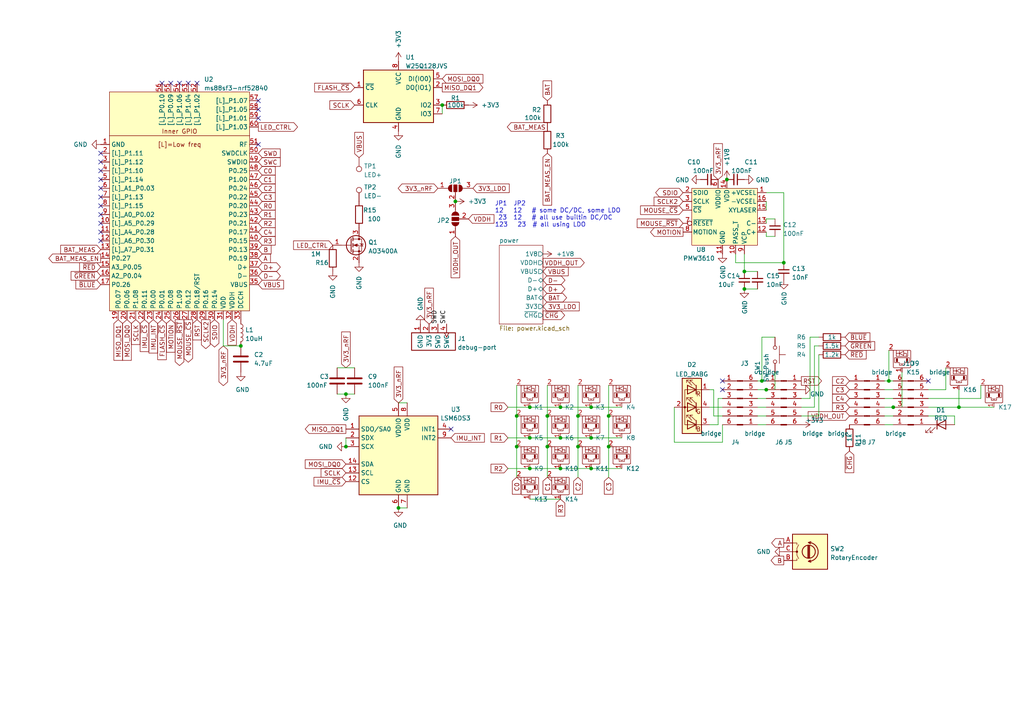
<source format=kicad_sch>
(kicad_sch (version 20211123) (generator eeschema)
  (paper "A4")
  (junction (at 132.08 58.42))
  (junction (at 222.25 113.03))
  (junction (at 167.64 120.65))
  (junction (at 158.75 120.65))
  (junction (at 259.08 118.11))
  (junction (at 153.67 118.11))
  (junction (at 257.81 110.49))
  (junction (at 162.56 118.11))
  (junction (at 149.86 129.54))
  (junction (at 162.56 135.89))
  (junction (at 153.67 127))
  (junction (at 171.45 135.89))
  (junction (at 227.33 76.2))
  (junction (at 153.67 135.89))
  (junction (at 176.53 129.54))
  (junction (at 115.57 147.32))
  (junction (at 100.33 114.3))
  (junction (at 171.45 127))
  (junction (at 149.86 120.65))
  (junction (at 128.27 30.48))
  (junction (at 220.98 110.49))
  (junction (at 162.56 127))
  (junction (at 171.45 118.11))
  (junction (at 69.85 100.33))
  (junction (at 210.82 52.07))
  (junction (at 167.64 129.54))
  (junction (at 215.9 83.82))
  (junction (at 176.53 120.65))
  (junction (at 215.9 78.74))
  (junction (at 278.13 118.11))
  (junction (at 100.33 129.54))
  (junction (at 158.75 129.54))
  (no_connect (at 74.93 29.21))
  (no_connect (at 209.55 110.49))
  (no_connect (at 29.21 67.31))
  (no_connect (at 57.15 24.13))
  (no_connect (at 29.21 52.07))
  (no_connect (at 29.21 59.69))
  (no_connect (at 29.21 44.45))
  (no_connect (at 54.61 24.13))
  (no_connect (at 130.81 124.46))
  (no_connect (at 29.21 57.15))
  (no_connect (at 29.21 69.85))
  (no_connect (at 52.07 24.13))
  (no_connect (at 29.21 54.61))
  (no_connect (at 74.93 31.75))
  (no_connect (at 29.21 62.23))
  (no_connect (at 46.99 24.13))
  (no_connect (at 29.21 64.77))
  (no_connect (at 74.93 41.91))
  (no_connect (at 74.93 34.29))
  (no_connect (at 269.24 110.49))
  (no_connect (at 209.55 113.03))
  (no_connect (at 29.21 46.99))
  (no_connect (at 49.53 24.13))
  (no_connect (at 29.21 49.53))
  (wire (pts (xy 269.24 115.57) (xy 284.48 115.57)))
  (wire (pts (xy 274.32 113.03) (xy 274.32 106.68)))
  (wire (pts (xy 208.28 123.19) (xy 208.28 115.57)))
  (wire (pts (xy 162.56 135.89) (xy 171.45 135.89)))
  (wire (pts (xy 153.67 144.78) (xy 162.56 144.78)))
  (wire (pts (xy 213.36 76.2) (xy 213.36 73.66)))
  (wire (pts (xy 224.79 107.95) (xy 224.79 113.03)))
  (wire (pts (xy 284.48 111.76) (xy 284.48 115.57)))
  (wire (pts (xy 269.24 113.03) (xy 274.32 113.03)))
  (wire (pts (xy 259.08 118.11) (xy 261.62 118.11)))
  (wire (pts (xy 115.57 116.84) (xy 118.11 116.84)))
  (wire (pts (xy 149.86 129.54) (xy 149.86 138.43)))
  (wire (pts (xy 219.71 118.11) (xy 222.25 118.11)))
  (wire (pts (xy 256.54 123.19) (xy 259.08 123.19)))
  (wire (pts (xy 208.28 115.57) (xy 209.55 115.57)))
  (wire (pts (xy 222.25 67.31) (xy 222.25 68.58)))
  (wire (pts (xy 256.54 118.11) (xy 259.08 118.11)))
  (wire (pts (xy 224.79 63.5) (xy 222.25 63.5)))
  (wire (pts (xy 219.71 120.65) (xy 222.25 120.65)))
  (wire (pts (xy 171.45 135.89) (xy 180.34 135.89)))
  (wire (pts (xy 222.25 58.42) (xy 222.25 60.96)))
  (wire (pts (xy 147.32 127) (xy 153.67 127)))
  (wire (pts (xy 158.75 129.54) (xy 158.75 138.43)))
  (wire (pts (xy 167.64 111.76) (xy 167.64 120.65)))
  (wire (pts (xy 215.9 83.82) (xy 219.71 83.82)))
  (wire (pts (xy 205.74 118.11) (xy 209.55 118.11)))
  (wire (pts (xy 162.56 127) (xy 171.45 127)))
  (wire (pts (xy 222.25 63.5) (xy 222.25 64.77)))
  (wire (pts (xy 209.55 128.27) (xy 209.55 123.19)))
  (wire (pts (xy 220.98 97.79) (xy 220.98 110.49)))
  (wire (pts (xy 209.55 120.65) (xy 207.01 120.65)))
  (wire (pts (xy 215.9 78.74) (xy 219.71 78.74)))
  (wire (pts (xy 171.45 118.11) (xy 180.34 118.11)))
  (wire (pts (xy 147.32 118.11) (xy 153.67 118.11)))
  (wire (pts (xy 256.54 113.03) (xy 259.08 113.03)))
  (wire (pts (xy 237.49 120.65) (xy 232.41 120.65)))
  (wire (pts (xy 97.79 106.68) (xy 102.87 106.68)))
  (wire (pts (xy 100.33 127) (xy 100.33 129.54)))
  (wire (pts (xy 219.71 110.49) (xy 220.98 110.49)))
  (wire (pts (xy 167.64 129.54) (xy 167.64 138.43)))
  (wire (pts (xy 234.95 115.57) (xy 232.41 115.57)))
  (wire (pts (xy 158.75 111.76) (xy 158.75 120.65)))
  (wire (pts (xy 153.67 118.11) (xy 162.56 118.11)))
  (wire (pts (xy 269.24 120.65) (xy 276.86 120.65)))
  (wire (pts (xy 261.62 107.95) (xy 261.62 118.11)))
  (wire (pts (xy 147.32 135.89) (xy 153.67 135.89)))
  (wire (pts (xy 207.01 113.03) (xy 205.74 113.03)))
  (wire (pts (xy 236.22 118.11) (xy 232.41 118.11)))
  (wire (pts (xy 97.79 114.3) (xy 100.33 114.3)))
  (wire (pts (xy 278.13 118.11) (xy 288.29 118.11)))
  (wire (pts (xy 222.25 113.03) (xy 224.79 113.03)))
  (wire (pts (xy 153.67 135.89) (xy 162.56 135.89)))
  (wire (pts (xy 176.53 129.54) (xy 176.53 138.43)))
  (wire (pts (xy 237.49 97.79) (xy 234.95 97.79)))
  (wire (pts (xy 256.54 115.57) (xy 259.08 115.57)))
  (wire (pts (xy 149.86 120.65) (xy 149.86 129.54)))
  (wire (pts (xy 256.54 110.49) (xy 257.81 110.49)))
  (wire (pts (xy 276.86 120.65) (xy 276.86 123.19)))
  (wire (pts (xy 269.24 118.11) (xy 278.13 118.11)))
  (wire (pts (xy 64.77 100.33) (xy 64.77 92.71)))
  (wire (pts (xy 236.22 100.33) (xy 237.49 100.33)))
  (wire (pts (xy 176.53 120.65) (xy 176.53 129.54)))
  (wire (pts (xy 149.86 111.76) (xy 149.86 120.65)))
  (wire (pts (xy 222.25 55.88) (xy 227.33 55.88)))
  (wire (pts (xy 128.27 30.48) (xy 128.27 33.02)))
  (wire (pts (xy 153.67 127) (xy 162.56 127)))
  (wire (pts (xy 205.74 123.19) (xy 208.28 123.19)))
  (wire (pts (xy 195.58 118.11) (xy 195.58 128.27)))
  (wire (pts (xy 195.58 128.27) (xy 209.55 128.27)))
  (wire (pts (xy 220.98 97.79) (xy 224.79 97.79)))
  (wire (pts (xy 236.22 100.33) (xy 236.22 118.11)))
  (wire (pts (xy 257.81 110.49) (xy 259.08 110.49)))
  (wire (pts (xy 176.53 111.76) (xy 176.53 120.65)))
  (wire (pts (xy 219.71 115.57) (xy 222.25 115.57)))
  (wire (pts (xy 227.33 55.88) (xy 227.33 76.2)))
  (wire (pts (xy 64.77 100.33) (xy 69.85 100.33)))
  (wire (pts (xy 213.36 76.2) (xy 227.33 76.2)))
  (wire (pts (xy 278.13 113.03) (xy 278.13 118.11)))
  (wire (pts (xy 162.56 118.11) (xy 171.45 118.11)))
  (wire (pts (xy 215.9 73.66) (xy 215.9 78.74)))
  (wire (pts (xy 257.81 101.6) (xy 257.81 110.49)))
  (wire (pts (xy 234.95 97.79) (xy 234.95 115.57)))
  (wire (pts (xy 256.54 120.65) (xy 259.08 120.65)))
  (wire (pts (xy 219.71 113.03) (xy 222.25 113.03)))
  (wire (pts (xy 115.57 147.32) (xy 118.11 147.32)))
  (wire (pts (xy 219.71 123.19) (xy 222.25 123.19)))
  (wire (pts (xy 237.49 102.87) (xy 237.49 120.65)))
  (wire (pts (xy 220.98 110.49) (xy 222.25 110.49)))
  (wire (pts (xy 167.64 120.65) (xy 167.64 129.54)))
  (wire (pts (xy 222.25 68.58) (xy 224.79 68.58)))
  (wire (pts (xy 171.45 127) (xy 180.34 127)))
  (wire (pts (xy 100.33 114.3) (xy 102.87 114.3)))
  (wire (pts (xy 207.01 113.03) (xy 207.01 120.65)))
  (wire (pts (xy 158.75 120.65) (xy 158.75 129.54)))
  (text "JP1  JP2\n12   12   # some DC/DC, some LDO\n 23  12   # all use builtin DC/DC\n123   23  # all using LDO" (at 143.51 66.04 0) (effects (font (size 1.27 1.27)) (justify left bottom)))
  (label "SWC" (at 129.54 93.98 90))
  (label "SWD" (at 127 93.98 90))
  (global_label "SCLK2" (shape output) (at 59.69 92.71 270) (property "Intersheet References" "${INTERSHEET_REFS}" (effects hide)))
  (global_label "LED_CTRL" (shape input) (at 96.52 71.12 180) (property "Intersheet References" "${INTERSHEET_REFS}" (effects hide)))
  (global_label "R3" (shape input) (at 246.38 118.11 180) (property "Intersheet References" "${INTERSHEET_REFS}" (effects hide)))
  (global_label "R0" (shape input) (at 74.93 59.69 0) (property "Intersheet References" "${INTERSHEET_REFS}" (effects hide)))
  (global_label "SCLK2" (shape input) (at 198.12 58.42 180) (property "Intersheet References" "${INTERSHEET_REFS}" (effects hide)))
  (global_label "FLASH_~{CS}" (shape input) (at 102.87 25.4 180) (property "Intersheet References" "${INTERSHEET_REFS}" (effects hide)))
  (global_label "MOUSE_~{CS}" (shape output) (at 54.61 92.71 270) (property "Intersheet References" "${INTERSHEET_REFS}" (effects hide)))
  (global_label "MISO_DQ1" (shape output) (at 128.27 25.4 0) (property "Intersheet References" "${INTERSHEET_REFS}" (effects hide)))
  (global_label "MOSI_DQ0" (shape input) (at 36.83 92.71 270) (property "Intersheet References" "${INTERSHEET_REFS}" (effects hide)))
  (global_label "C0" (shape input) (at 74.93 49.53 0) (property "Intersheet References" "${INTERSHEET_REFS}" (effects hide)))
  (global_label "MOUSE_~{RST}" (shape output) (at 52.07 92.71 270) (property "Intersheet References" "${INTERSHEET_REFS}" (effects hide)))
  (global_label "A" (shape output) (at 227.33 157.48 180) (property "Intersheet References" "${INTERSHEET_REFS}" (effects hide)))
  (global_label "C4" (shape input) (at 74.93 67.31 0) (property "Intersheet References" "${INTERSHEET_REFS}" (effects hide)))
  (global_label "D+" (shape bidirectional) (at 74.93 77.47 0) (property "Intersheet References" "${INTERSHEET_REFS}" (effects hide)))
  (global_label "C1" (shape input) (at 158.75 138.43 270) (property "Intersheet References" "${INTERSHEET_REFS}" (effects hide)))
  (global_label "~{BLUE}" (shape input) (at 245.11 97.79 0) (property "Intersheet References" "${INTERSHEET_REFS}" (effects hide)))
  (global_label "B" (shape output) (at 227.33 162.56 180) (property "Intersheet References" "${INTERSHEET_REFS}" (effects hide)))
  (global_label "IMU_INT" (shape input) (at 44.45 92.71 270) (property "Intersheet References" "${INTERSHEET_REFS}" (effects hide)))
  (global_label "C0" (shape input) (at 149.86 138.43 270) (property "Intersheet References" "${INTERSHEET_REFS}" (effects hide)))
  (global_label "VDDH_OUT" (shape input) (at 246.38 120.65 180) (property "Intersheet References" "${INTERSHEET_REFS}" (effects hide)))
  (global_label "MOTION" (shape output) (at 198.12 67.31 180) (property "Intersheet References" "${INTERSHEET_REFS}" (effects hide)))
  (global_label "BAT_MEAS_EN" (shape input) (at 158.75 44.45 270) (property "Intersheet References" "${INTERSHEET_REFS}" (effects hide)))
  (global_label "BAT_MEAS" (shape input) (at 29.21 72.39 180) (property "Intersheet References" "${INTERSHEET_REFS}" (effects hide)))
  (global_label "A" (shape input) (at 74.93 74.93 0) (property "Intersheet References" "${INTERSHEET_REFS}" (effects hide)))
  (global_label "3V3_LDO" (shape input) (at 137.16 54.61 0) (property "Intersheet References" "${INTERSHEET_REFS}" (effects hide)))
  (global_label "3V3_nRF" (shape bidirectional) (at 127 54.61 180) (property "Intersheet References" "${INTERSHEET_REFS}" (effects hide)))
  (global_label "R2" (shape input) (at 74.93 64.77 0) (property "Intersheet References" "${INTERSHEET_REFS}" (effects hide)))
  (global_label "SDIO" (shape bidirectional) (at 198.12 55.88 180) (property "Intersheet References" "${INTERSHEET_REFS}" (effects hide)))
  (global_label "R0" (shape input) (at 147.32 118.11 180) (property "Intersheet References" "${INTERSHEET_REFS}" (effects hide)))
  (global_label "RST" (shape input) (at 57.15 92.71 270) (property "Intersheet References" "${INTERSHEET_REFS}" (effects hide)))
  (global_label "IMU_INT" (shape input) (at 130.81 127 0) (property "Intersheet References" "${INTERSHEET_REFS}" (effects hide)))
  (global_label "R1" (shape input) (at 74.93 62.23 0) (property "Intersheet References" "${INTERSHEET_REFS}" (effects hide)))
  (global_label "IMU_~{CS}" (shape input) (at 100.33 139.7 180) (property "Intersheet References" "${INTERSHEET_REFS}" (effects hide)))
  (global_label "C3" (shape input) (at 246.38 113.03 180) (property "Intersheet References" "${INTERSHEET_REFS}" (effects hide)))
  (global_label "R3" (shape input) (at 74.93 69.85 0) (property "Intersheet References" "${INTERSHEET_REFS}" (effects hide)))
  (global_label "FLASH_~{CS}" (shape input) (at 46.99 92.71 270) (property "Intersheet References" "${INTERSHEET_REFS}" (effects hide)))
  (global_label "SCLK" (shape input) (at 100.33 137.16 180) (property "Intersheet References" "${INTERSHEET_REFS}" (effects hide)))
  (global_label "R3" (shape input) (at 162.56 144.78 270) (property "Intersheet References" "${INTERSHEET_REFS}" (effects hide)))
  (global_label "~{CHG}" (shape output) (at 157.48 91.44 0) (property "Intersheet References" "${INTERSHEET_REFS}" (effects hide)))
  (global_label "VDDH_OUT" (shape output) (at 157.48 76.2 0) (property "Intersheet References" "${INTERSHEET_REFS}" (effects hide)))
  (global_label "BAT_MEAS_EN" (shape output) (at 29.21 74.93 180) (property "Intersheet References" "${INTERSHEET_REFS}" (effects hide)))
  (global_label "C2" (shape input) (at 74.93 54.61 0) (property "Intersheet References" "${INTERSHEET_REFS}" (effects hide)))
  (global_label "C3" (shape input) (at 74.93 57.15 0) (property "Intersheet References" "${INTERSHEET_REFS}" (effects hide)))
  (global_label "BAT" (shape bidirectional) (at 157.48 86.36 0) (property "Intersheet References" "${INTERSHEET_REFS}" (effects hide)))
  (global_label "~{CHG}" (shape input) (at 246.38 130.81 270) (property "Intersheet References" "${INTERSHEET_REFS}" (effects hide)))
  (global_label "SWD" (shape input) (at 74.93 44.45 0) (property "Intersheet References" "${INTERSHEET_REFS}" (effects hide)))
  (global_label "SCLK" (shape input) (at 39.37 92.71 270) (property "Intersheet References" "${INTERSHEET_REFS}" (effects hide)))
  (global_label "D+" (shape bidirectional) (at 157.48 83.82 0) (property "Intersheet References" "${INTERSHEET_REFS}" (effects hide)))
  (global_label "~{GREEN}" (shape input) (at 245.11 100.33 0) (property "Intersheet References" "${INTERSHEET_REFS}" (effects hide)))
  (global_label "~{BLUE}" (shape input) (at 29.21 82.55 180) (property "Intersheet References" "${INTERSHEET_REFS}" (effects hide)))
  (global_label "3V3_nRF" (shape input) (at 115.57 116.84 90) (property "Intersheet References" "${INTERSHEET_REFS}" (effects hide)))
  (global_label "C4" (shape input) (at 246.38 115.57 180) (property "Intersheet References" "${INTERSHEET_REFS}" (effects hide)))
  (global_label "VBUS" (shape input) (at 74.93 82.55 0) (property "Intersheet References" "${INTERSHEET_REFS}" (effects hide)))
  (global_label "C1" (shape input) (at 74.93 52.07 0) (property "Intersheet References" "${INTERSHEET_REFS}" (effects hide)))
  (global_label "IMU_~{CS}" (shape input) (at 41.91 92.71 270) (property "Intersheet References" "${INTERSHEET_REFS}" (effects hide)))
  (global_label "VDDH" (shape input) (at 67.31 92.71 270) (property "Intersheet References" "${INTERSHEET_REFS}" (effects hide)))
  (global_label "C2" (shape input) (at 167.64 138.43 270) (property "Intersheet References" "${INTERSHEET_REFS}" (effects hide)))
  (global_label "VBUS" (shape input) (at 104.14 45.72 90) (property "Intersheet References" "${INTERSHEET_REFS}" (effects hide)))
  (global_label "3V3_nRF" (shape input) (at 124.46 93.98 90) (property "Intersheet References" "${INTERSHEET_REFS}" (effects hide)))
  (global_label "MOSI_DQ0" (shape input) (at 100.33 134.62 180) (property "Intersheet References" "${INTERSHEET_REFS}" (effects hide)))
  (global_label "B" (shape input) (at 74.93 72.39 0) (property "Intersheet References" "${INTERSHEET_REFS}" (effects hide)))
  (global_label "VBUS" (shape input) (at 157.48 78.74 0) (property "Intersheet References" "${INTERSHEET_REFS}" (effects hide)))
  (global_label "LED_CTRL" (shape output) (at 74.93 36.83 0) (property "Intersheet References" "${INTERSHEET_REFS}" (effects hide)))
  (global_label "SDIO" (shape bidirectional) (at 62.23 92.71 270) (property "Intersheet References" "${INTERSHEET_REFS}" (effects hide)))
  (global_label "3V3_nRF" (shape bidirectional) (at 64.77 100.33 270) (property "Intersheet References" "${INTERSHEET_REFS}" (effects hide)))
  (global_label "VDDH" (shape input) (at 135.89 63.5 0) (property "Intersheet References" "${INTERSHEET_REFS}" (effects hide)))
  (global_label "~{GREEN}" (shape input) (at 29.21 80.01 180) (property "Intersheet References" "${INTERSHEET_REFS}" (effects hide)))
  (global_label "VDDH_OUT" (shape input) (at 132.08 68.58 270) (property "Intersheet References" "${INTERSHEET_REFS}" (effects hide)))
  (global_label "3V3_LDO" (shape input) (at 157.48 88.9 0) (property "Intersheet References" "${INTERSHEET_REFS}" (effects hide)))
  (global_label "R1" (shape input) (at 147.32 127 180) (property "Intersheet References" "${INTERSHEET_REFS}" (effects hide)))
  (global_label "RST" (shape output) (at 232.41 110.49 0) (property "Intersheet References" "${INTERSHEET_REFS}" (effects hide)))
  (global_label "MOUSE_~{CS}" (shape input) (at 198.12 60.96 180) (property "Intersheet References" "${INTERSHEET_REFS}" (effects hide)))
  (global_label "D-" (shape bidirectional) (at 74.93 80.01 0) (property "Intersheet References" "${INTERSHEET_REFS}" (effects hide)))
  (global_label "MOSI_DQ0" (shape input) (at 128.27 22.86 0) (property "Intersheet References" "${INTERSHEET_REFS}" (effects hide)))
  (global_label "MISO_DQ1" (shape input) (at 34.29 92.71 270) (property "Intersheet References" "${INTERSHEET_REFS}" (effects hide)))
  (global_label "~{RED}" (shape input) (at 245.11 102.87 0) (property "Intersheet References" "${INTERSHEET_REFS}" (effects hide)))
  (global_label "SCLK" (shape input) (at 102.87 30.48 180) (property "Intersheet References" "${INTERSHEET_REFS}" (effects hide)))
  (global_label "MOTION" (shape input) (at 49.53 92.71 270) (property "Intersheet References" "${INTERSHEET_REFS}" (effects hide)))
  (global_label "C3" (shape input) (at 176.53 138.43 270) (property "Intersheet References" "${INTERSHEET_REFS}" (effects hide)))
  (global_label "3V3_nRF" (shape input) (at 100.33 106.68 90) (property "Intersheet References" "${INTERSHEET_REFS}" (effects hide)))
  (global_label "R2" (shape input) (at 147.32 135.89 180) (property "Intersheet References" "${INTERSHEET_REFS}" (effects hide)))
  (global_label "BAT" (shape input) (at 158.75 29.21 90) (property "Intersheet References" "${INTERSHEET_REFS}" (effects hide)))
  (global_label "BAT_MEAS" (shape output) (at 158.75 36.83 180) (property "Intersheet References" "${INTERSHEET_REFS}" (effects hide)))
  (global_label "~{RED}" (shape input) (at 29.21 77.47 180) (property "Intersheet References" "${INTERSHEET_REFS}" (effects hide)))
  (global_label "SWC" (shape input) (at 74.93 46.99 0) (property "Intersheet References" "${INTERSHEET_REFS}" (effects hide)))
  (global_label "MOUSE_~{RST}" (shape input) (at 198.12 64.77 180) (property "Intersheet References" "${INTERSHEET_REFS}" (effects hide)))
  (global_label "MISO_DQ1" (shape output) (at 100.33 124.46 180) (property "Intersheet References" "${INTERSHEET_REFS}" (effects hide)))
  (global_label "3V3_nRF" (shape input) (at 208.28 52.07 90) (property "Intersheet References" "${INTERSHEET_REFS}" (effects hide)))
  (global_label "C2" (shape input) (at 246.38 110.49 180) (property "Intersheet References" "${INTERSHEET_REFS}" (effects hide)))
  (global_label "D-" (shape bidirectional) (at 157.48 81.28 0) (property "Intersheet References" "${INTERSHEET_REFS}" (effects hide)))
  (symbol (lib_name "diode-choc_15") (lib_id "switch:diode-choc") (at 278.13 109.22 0) (unit 1)
    (property "Reference" "K16" (at 279.4 113.03 0) (effects (justify left)))
    (property "Value" "diode-choc" (effects hide))
    (property "Footprint" "pg1232:pg1232-DHC" (effects hide))
    (property "lcsc-part" "C64898" (effects hide))
  )
  (symbol (lib_id "power:GND") (at 29.21 41.91 270) (unit 1)
    (property "Reference" "#PWR01" (effects hide))
    (property "Value" "GND" (at 25.4 41.91 90) (effects (justify right)))
  )
  (symbol (lib_id "Device:R") (at 246.38 127 0) (mirror x) (unit 1)
    (property "Reference" "R11" (at 248.92 125.73 90) (effects (justify left)))
    (property "Value" "1k" (at 246.38 125.73 90) (effects (justify left)))
    (property "Footprint" "Resistor_SMD:R_0603_1608Metric" (effects hide))
  )
  (symbol (lib_id "Jumper:SolderJumper_3_Open") (at 132.08 54.61 0) (unit 1)
    (property "Reference" "JP1" (at 132.08 52.5582 0))
    (property "Value" "left right or all" (effects hide))
    (property "Footprint" "Jumper:SolderJumper-3_P1.3mm_Open_RoundedPad1.0x1.5mm" (effects hide))
  )
  (symbol (lib_id "Connector:TestPoint") (at 104.14 45.72 180) (unit 1)
    (property "Reference" "TP1" (at 105.537 48.1873 0) (effects (justify right)))
    (property "Value" "LED+" (at 105.537 50.7242 0) (effects (justify right)))
    (property "Footprint" "TestPoint:TestPoint_THTPad_D2.0mm_Drill1.0mm" (effects hide))
  )
  (symbol (lib_id "Transistor_FET:AO3400A") (at 101.6 71.12 0) (unit 1)
    (property "Reference" "Q1" (at 106.807 70.2853 0) (effects (justify left)))
    (property "Value" "AO3400A" (at 106.807 72.8222 0) (effects (justify left)))
    (property "Footprint" "Package_TO_SOT_SMD:SOT-23" (effects hide))
    (property "Datasheet" "http://www.aosmd.com/pdfs/datasheet/AO3400A.pdf" (effects hide))
  )
  (symbol (lib_id "power:GND") (at 115.57 38.1 0) (unit 1)
    (property "Reference" "#PWR0101" (effects hide))
    (property "Value" "GND" (at 115.57 41.91 90) (effects (justify right)))
  )
  (symbol (lib_id "power:+3V3") (at 232.41 123.19 270) (unit 1)
    (property "Reference" "#PWR0103" (effects hide))
    (property "Value" "+3V3" (at 236.22 121.92 90))
  )
  (symbol (lib_id "power:GND") (at 215.9 83.82 0) (unit 1)
    (property "Reference" "#PWR0138" (effects hide))
    (property "Value" "GND" (at 216.027 87.0712 90) (effects (justify right)))
  )
  (symbol (lib_id "Device:C_Small") (at 205.74 52.07 90) (unit 1)
    (property "Reference" "C10" (at 203.2 46.99 90) (effects (justify left)))
    (property "Value" "100nF" (at 207.01 49.53 90) (effects (justify left)))
    (property "Footprint" "Capacitor_SMD:C_0603_1608Metric" (effects hide))
  )
  (symbol (lib_id "Connector:Conn_01x06_Male") (at 227.33 115.57 0) (unit 1)
    (property "Reference" "J5" (at 229.87 128.27 0) (effects (justify right)))
    (property "Value" "bridge" (at 238.76 125.73 0) (effects (justify right)))
    (property "Footprint" "musk:bridge" (effects hide))
  )
  (symbol (lib_id "Device:R") (at 158.75 40.64 0) (mirror y) (unit 1)
    (property "Reference" "R3" (at 163.83 39.37 0) (effects (justify left)))
    (property "Value" "100k" (at 165.1 41.91 0) (effects (justify left)))
    (property "Footprint" "Resistor_SMD:R_0603_1608Metric" (effects hide))
  )
  (symbol (lib_id "Connector:Conn_01x06_Male") (at 214.63 118.11 0) (mirror x) (unit 1)
    (property "Reference" "J3" (at 217.17 105.41 0) (effects (justify right)))
    (property "Value" "bridge" (at 226.06 107.95 0) (effects (justify right)))
    (property "Footprint" "musk:bridge" (effects hide))
  )
  (symbol (lib_id "switch:diode-choc") (at 288.29 114.3 0) (unit 1)
    (property "Reference" "K17" (at 289.56 118.11 0) (effects (justify left)))
    (property "Value" "diode-choc" (effects hide))
    (property "Footprint" "pg1232:pg1232-DHC" (effects hide))
    (property "lcsc-part" "C64898" (effects hide))
  )
  (symbol (lib_id "Connector:Conn_01x06_Male") (at 214.63 115.57 0) (mirror y) (unit 1)
    (property "Reference" "J4" (at 212.09 128.27 0) (effects (justify right)))
    (property "Value" "bridge" (at 203.2 125.73 0) (effects (justify right)))
    (property "Footprint" "musk:bridge" (effects hide))
  )
  (symbol (lib_id "Device:C") (at 69.85 104.14 0) (unit 1)
    (property "Reference" "C2" (at 73.66 102.87 0) (effects (justify left)))
    (property "Value" "4.7uF" (at 73.66 105.41 0) (effects (justify left)))
    (property "Footprint" "Capacitor_SMD:C_0603_1608Metric" (effects hide))
  )
  (symbol (lib_id "power:GND") (at 232.41 113.03 90) (unit 1)
    (property "Reference" "#PWR0102" (effects hide))
    (property "Value" "GND" (at 234.95 114.3 90) (effects (justify right)))
  )
  (symbol (lib_id "power:+1V8") (at 210.82 52.07 0) (unit 1)
    (property "Reference" "#PWR0137" (effects hide))
    (property "Value" "+1V8" (at 210.82 48.26 90) (effects (justify left)))
  )
  (symbol (lib_id "power:GND") (at 227.33 160.02 270) (unit 1)
    (property "Reference" "#PWR010" (effects hide))
    (property "Value" "GND" (at 223.52 160.02 90) (effects (justify right)))
  )
  (symbol (lib_id "power:GND") (at 104.14 76.2 0) (unit 1)
    (property "Reference" "#PWR0126" (effects hide))
    (property "Value" "GND" (at 104.14 80.01 90) (effects (justify right)))
  )
  (symbol (lib_id "Device:R") (at 241.3 102.87 270) (mirror x) (unit 1)
    (property "Reference" "R4" (at 232.41 102.87 90))
    (property "Value" "1.2k" (at 241.3 102.87 90))
    (property "Footprint" "Resistor_SMD:R_0603_1608Metric" (effects hide))
  )
  (symbol (lib_id "Device:C") (at 102.87 110.49 0) (unit 1)
    (property "Reference" "C9" (at 106.68 109.22 0) (effects (justify left)))
    (property "Value" "100nF" (at 106.68 111.76 0) (effects (justify left)))
    (property "Footprint" "Capacitor_SMD:C_0603_1608Metric" (effects hide))
  )
  (symbol (lib_id "switch:diode-choc") (at 153.67 140.97 0) (unit 1)
    (property "Reference" "K13" (at 154.94 144.78 0) (effects (justify left)))
    (property "Value" "diode-choc" (effects hide))
    (property "Footprint" "pg1232:pg1232-DHC" (effects hide))
  )
  (symbol (lib_id "Jumper:SolderJumper_3_Open") (at 132.08 63.5 90) (unit 1)
    (property "Reference" "JP2" (at 130.4291 63.9338 90) (effects (justify left)))
    (property "Value" "left right or all" (effects hide))
    (property "Footprint" "Jumper:SolderJumper-3_P1.3mm_Open_RoundedPad1.0x1.5mm" (effects hide))
  )
  (symbol (lib_id "mcu:ms88sf3-nrf52840") (at 52.07 55.88 0) (unit 1)
    (property "Reference" "U2" (at 59.1694 23.021 0) (effects (justify left)))
    (property "Value" "ms88sf3-nrf52840" (at 59.1694 25.5579 0) (effects (justify left)))
    (property "Footprint" "mcu:ms88sf3" (effects hide))
    (property "Datasheet" "https://www.minew.com/uploads/MS88SF3_V1.1-nRF52840-Datasheet.pdf" (effects hide))
  )
  (symbol (lib_id "switch:diode-choc") (at 153.67 132.08 0) (unit 1)
    (property "Reference" "K9" (at 154.94 135.89 0) (effects (justify left)))
    (property "Value" "diode-choc" (effects hide))
    (property "Footprint" "pg1232:pg1232-DHCR" (effects hide))
    (property "lcsc-part" "C64898" (effects hide))
  )
  (symbol (lib_id "Device:R") (at 158.75 33.02 0) (mirror y) (unit 1)
    (property "Reference" "R2" (at 156.972 31.8516 0) (effects (justify left)))
    (property "Value" "100k" (at 156.972 34.163 0) (effects (justify left)))
    (property "Footprint" "Resistor_SMD:R_0603_1608Metric" (effects hide))
  )
  (symbol (lib_id "sensor:PMW3610") (at 209.55 63.5 0) (unit 1)
    (property "Reference" "U8" (at 201.93 72.39 0) (effects (justify left)))
    (property "Value" "PMW3610" (at 198.12 74.93 0) (effects (justify left)))
    (property "Footprint" "sensor:PMW3610" (effects hide))
    (property "Datasheet" "https://pdf1.alldatasheet.com/datasheet-pdf/view/899003/PIXART/PMW3610DM-SUDU.html" (effects hide))
  )
  (symbol (lib_id "power:+3V3") (at 135.89 30.48 270) (unit 1)
    (property "Reference" "#PWR0120" (effects hide))
    (property "Value" "+3V3" (at 142.24 30.48 90))
  )
  (symbol (lib_id "Device:C_Small") (at 219.71 81.28 0) (unit 1)
    (property "Reference" "C15" (at 222.25 80.01 0) (effects (justify left)))
    (property "Value" "10nF" (at 222.25 82.55 0) (effects (justify left)))
    (property "Footprint" "Capacitor_SMD:C_0603_1608Metric" (effects hide))
  )
  (symbol (lib_id "power:GND") (at 96.52 78.74 0) (unit 1)
    (property "Reference" "#PWR0127" (effects hide))
    (property "Value" "GND" (at 96.52 82.55 90) (effects (justify right)))
  )
  (symbol (lib_id "power:GND") (at 121.92 93.98 180) (unit 1)
    (property "Reference" "#PWR04" (effects hide))
    (property "Value" "GND" (at 121.92 90.17 90) (effects (justify right)))
  )
  (symbol (lib_id "Connector:TestPoint") (at 104.14 58.42 0) (unit 1)
    (property "Reference" "TP2" (at 105.537 54.2833 0) (effects (justify left)))
    (property "Value" "LED-" (at 105.537 56.8202 0) (effects (justify left)))
    (property "Footprint" "TestPoint:TestPoint_THTPad_D2.0mm_Drill1.0mm" (effects hide))
  )
  (symbol (lib_id "Device:LED_RABG") (at 200.66 118.11 0) (mirror y) (unit 1) (in_bom no)
    (property "Reference" "D2" (at 200.66 105.7614 0))
    (property "Value" "LED_RABG" (at 200.66 108.5365 0))
    (property "Footprint" "LED_SMD:LED_ASMB-KTF0-0A306" (effects hide))
  )
  (symbol (lib_name "diode-choc_14") (lib_id "switch:diode-choc") (at 261.62 104.14 0) (unit 1)
    (property "Reference" "K15" (at 262.89 107.95 0) (effects (justify left)))
    (property "Value" "diode-choc" (effects hide))
    (property "Footprint" "pg1232:pg1232-DHC" (effects hide))
    (property "lcsc-part" "C64898" (effects hide))
  )
  (symbol (lib_id "power:+3V3") (at 115.57 17.78 0) (unit 1)
    (property "Reference" "#PWR0115" (effects hide))
    (property "Value" "+3V3" (at 115.57 11.43 90))
  )
  (symbol (lib_id "power:GND") (at 100.33 114.3 0) (unit 1)
    (property "Reference" "#PWR0105" (effects hide))
    (property "Value" "GND" (at 100.33 118.11 90) (effects (justify right)))
  )
  (symbol (lib_name "diode-choc_3") (lib_id "switch:diode-choc") (at 180.34 123.19 0) (unit 1)
    (property "Reference" "K8" (at 181.61 127 0) (effects (justify left)))
    (property "Value" "diode-choc" (effects hide))
    (property "Footprint" "pg1232:pg1232-DHCN" (effects hide))
    (property "lcsc-part" "C64898" (effects hide))
  )
  (symbol (lib_id "misc:debug-port") (at 125.73 99.06 0) (unit 1) (in_bom no)
    (property "Reference" "J1" (at 132.715 98.2253 0) (effects (justify left)))
    (property "Value" "debug-port" (at 132.715 100.7622 0) (effects (justify left)))
    (property "Footprint" "misc:debug-port-single-side" (effects hide))
  )
  (symbol (lib_id "Device:R") (at 241.3 97.79 270) (mirror x) (unit 1)
    (property "Reference" "R6" (at 232.41 97.79 90))
    (property "Value" "1k" (at 241.3 97.79 90))
    (property "Footprint" "Resistor_SMD:R_0603_1608Metric" (effects hide))
  )
  (symbol (lib_id "Device:C_Small") (at 213.36 52.07 270) (mirror x) (unit 1)
    (property "Reference" "C11" (at 215.9 46.99 90) (effects (justify left)))
    (property "Value" "100nF" (at 212.09 49.53 90) (effects (justify left)))
    (property "Footprint" "Capacitor_SMD:C_0603_1608Metric" (effects hide))
  )
  (symbol (lib_id "Connector:Conn_01x06_Male") (at 264.16 118.11 0) (mirror x) (unit 1)
    (property "Reference" "J9" (at 266.7 105.41 0) (effects (justify right)))
    (property "Value" "bridge" (at 275.59 107.95 0) (effects (justify right)))
    (property "Footprint" "musk:bridge" (effects hide))
  )
  (symbol (lib_id "switch:diode-choc") (at 153.67 114.3 0) (unit 1)
    (property "Reference" "K1" (at 154.94 118.11 0) (effects (justify left)))
    (property "Value" "diode-choc" (effects hide))
    (property "Footprint" "pg1232:pg1232-DHCR" (effects hide))
    (property "lcsc-part" "C64898" (effects hide))
  )
  (symbol (lib_id "power:GND") (at 215.9 52.07 90) (mirror x) (unit 1)
    (property "Reference" "#PWR0135" (effects hide))
    (property "Value" "GND" (at 219.1512 52.197 90) (effects (justify right)))
  )
  (symbol (lib_id "Device:C_Small") (at 227.33 78.74 0) (unit 1)
    (property "Reference" "C13" (at 229.6541 77.9116 0) (effects (justify left)))
    (property "Value" "10nF" (at 229.6541 80.4485 0) (effects (justify left)))
    (property "Footprint" "Capacitor_SMD:C_0603_1608Metric" (effects hide))
  )
  (symbol (lib_name "diode-choc_8") (lib_id "switch:diode-choc") (at 180.34 132.08 0) (unit 1)
    (property "Reference" "K12" (at 181.61 135.89 0) (effects (justify left)))
    (property "Value" "diode-choc" (effects hide))
    (property "Footprint" "pg1232:pg1232-DHCN" (effects hide))
    (property "lcsc-part" "C64898" (effects hide))
  )
  (symbol (lib_id "Device:R") (at 241.3 100.33 270) (mirror x) (unit 1)
    (property "Reference" "R5" (at 232.41 100.33 90))
    (property "Value" "1.5k" (at 241.3 100.33 90))
    (property "Footprint" "Resistor_SMD:R_0603_1608Metric" (effects hide))
  )
  (symbol (lib_id "Device:LED") (at 273.05 123.19 0) (unit 1)
    (property "Reference" "D1" (at 272.8722 118.9482 0))
    (property "Value" "RED" (at 272.8722 121.2596 0))
    (property "Footprint" "LED_SMD:LED_0805_2012Metric" (effects hide))
  )
  (symbol (lib_id "switch:diode-choc") (at 153.67 123.19 0) (unit 1)
    (property "Reference" "K5" (at 154.94 127 0) (effects (justify left)))
    (property "Value" "diode-choc" (effects hide))
    (property "Footprint" "pg1232:pg1232-DHCR" (effects hide))
    (property "lcsc-part" "C64898" (effects hide))
  )
  (symbol (lib_id "Device:R") (at 96.52 74.93 0) (mirror x) (unit 1)
    (property "Reference" "R16" (at 91.44 76.2 0) (effects (justify left)))
    (property "Value" "1M" (at 90.17 73.66 0) (effects (justify left)))
    (property "Footprint" "Resistor_SMD:R_0603_1608Metric" (effects hide))
  )
  (symbol (lib_id "Device:RotaryEncoder") (at 234.95 160.02 0) (unit 1)
    (property "Reference" "SW2" (at 240.792 159.1853 0) (effects (justify left)))
    (property "Value" "RotaryEncoder" (at 240.792 161.7222 0) (effects (justify left)))
    (property "Footprint" "switch:EC10E" (effects hide))
  )
  (symbol (lib_id "Memory_Flash:W25Q128JVS") (at 115.57 27.94 0) (unit 1)
    (property "Reference" "U1" (at 117.5894 16.6202 0) (effects (justify left)))
    (property "Value" "W25Q128JVS" (at 117.5894 19.1571 0) (effects (justify left)))
    (property "Footprint" "Package_SO:SOIC-8_5.23x5.23mm_P1.27mm" (effects hide))
    (property "Datasheet" "http://www.winbond.com/resource-files/w25q128jv_dtr%20revc%2003272018%20plus.pdf" (effects hide))
  )
  (symbol (lib_name "diode-choc_1") (lib_id "switch:diode-choc") (at 162.56 140.97 0) (unit 1)
    (property "Reference" "K14" (at 163.83 144.78 0) (effects (justify left)))
    (property "Value" "diode-choc" (effects hide))
    (property "Footprint" "pg1232:pg1232-DHC" (effects hide))
    (property "lcsc-part" "C64898" (effects hide))
  )
  (symbol (lib_name "diode-choc_13") (lib_id "switch:diode-choc") (at 171.45 123.19 0) (unit 1)
    (property "Reference" "K7" (at 172.72 127 0) (effects (justify left)))
    (property "Value" "diode-choc" (effects hide))
    (property "Footprint" "pg1232:pg1232-DHCL" (effects hide))
    (property "lcsc-part" "C64898" (effects hide))
  )
  (symbol (lib_id "power:GND") (at 227.33 81.28 0) (unit 1)
    (property "Reference" "#PWR0139" (effects hide))
    (property "Value" "GND" (at 227.457 84.5312 90) (effects (justify right)))
  )
  (symbol (lib_id "Device:C_Small") (at 224.79 66.04 0) (unit 1)
    (property "Reference" "C12" (at 227.1141 65.2116 0) (effects (justify left)))
    (property "Value" "100nF" (at 227.1141 67.7485 0) (effects (justify left)))
    (property "Footprint" "Capacitor_SMD:C_0603_1608Metric" (effects hide))
  )
  (symbol (lib_id "Device:R") (at 104.14 62.23 0) (mirror y) (unit 1)
    (property "Reference" "R15" (at 109.22 60.96 0) (effects (justify left)))
    (property "Value" "100" (at 110.49 63.5 0) (effects (justify left)))
    (property "Footprint" "Resistor_SMD:R_0603_1608Metric" (effects hide))
  )
  (symbol (lib_id "Connector:Conn_01x06_Male") (at 227.33 115.57 0) (mirror y) (unit 1)
    (property "Reference" "J6" (at 224.79 128.27 0) (effects (justify right)))
    (property "Value" "bridge" (at 215.9 125.73 0) (effects (justify right)))
    (property "Footprint" "musk:bridge" (effects hide))
  )
  (symbol (lib_id "Device:R") (at 132.08 30.48 90) (mirror x) (unit 1)
    (property "Reference" "R1" (at 133.4516 28.448 90) (effects (justify left)))
    (property "Value" "100k" (at 134.62 30.48 90) (effects (justify left)))
    (property "Footprint" "Resistor_SMD:R_0603_1608Metric" (effects hide))
  )
  (symbol (lib_id "power:GND") (at 203.2 52.07 270) (unit 1)
    (property "Reference" "#PWR0134" (effects hide))
    (property "Value" "GND" (at 199.9488 52.197 90) (effects (justify right)))
  )
  (symbol (lib_id "Connector:Conn_01x06_Male") (at 264.16 118.11 180) (unit 1)
    (property "Reference" "J10" (at 261.62 105.41 0) (effects (justify right)))
    (property "Value" "bridge" (at 252.73 107.95 0) (effects (justify right)))
    (property "Footprint" "musk:bridge" (effects hide))
  )
  (symbol (lib_id "Switch:SW_Push") (at 224.79 102.87 270) (unit 1)
    (property "Reference" "SW1" (at 219.71 106.68 0))
    (property "Value" "SW_Push" (at 222.25 106.68 0))
    (property "Footprint" "Button_Switch_SMD:SW_SPST_TL3342" (effects hide))
  )
  (symbol (lib_id "Device:C") (at 97.79 110.49 0) (unit 1)
    (property "Reference" "C3" (at 92.71 109.22 0) (effects (justify left)))
    (property "Value" "100nF" (at 88.9 111.76 0) (effects (justify left)))
    (property "Footprint" "Capacitor_SMD:C_0603_1608Metric" (effects hide))
  )
  (symbol (lib_name "diode-choc_9") (lib_id "switch:diode-choc") (at 171.45 132.08 0) (unit 1)
    (property "Reference" "K11" (at 172.72 135.89 0) (effects (justify left)))
    (property "Value" "diode-choc" (effects hide))
    (property "Footprint" "pg1232:pg1232-DHCL" (effects hide))
    (property "lcsc-part" "C64898" (effects hide))
  )
  (symbol (lib_id "power:+3V3") (at 132.08 58.42 270) (mirror x) (unit 1)
    (property "Reference" "#PWR012" (effects hide))
    (property "Value" "+3V3" (at 138.43 58.42 90))
  )
  (symbol (lib_id "power:GND") (at 115.57 147.32 0) (unit 1)
    (property "Reference" "#PWR0107" (effects hide))
    (property "Value" "GND" (at 118.11 152.4 0) (effects (justify right)))
  )
  (symbol (lib_id "Connector:Conn_01x06_Male") (at 251.46 115.57 0) (unit 1)
    (property "Reference" "J7" (at 254 128.27 0) (effects (justify right)))
    (property "Value" "bridge" (at 262.89 125.73 0) (effects (justify right)))
    (property "Footprint" "musk:bridge" (effects hide))
  )
  (symbol (lib_id "power:GND") (at 209.55 73.66 0) (unit 1)
    (property "Reference" "#PWR0140" (effects hide))
    (property "Value" "GND" (at 209.677 76.9112 90) (effects (justify right)))
  )
  (symbol (lib_name "diode-choc_12") (lib_id "switch:diode-choc") (at 171.45 114.3 0) (unit 1)
    (property "Reference" "K3" (at 172.72 118.11 0) (effects (justify left)))
    (property "Value" "diode-choc" (effects hide))
    (property "Footprint" "pg1232:pg1232-DHCL" (effects hide))
    (property "lcsc-part" "C64898" (effects hide))
  )
  (symbol (lib_name "diode-choc_11") (lib_id "switch:diode-choc") (at 162.56 114.3 0) (unit 1)
    (property "Reference" "K2" (at 163.83 118.11 0) (effects (justify left)))
    (property "Value" "diode-choc" (effects hide))
    (property "Footprint" "pg1232:pg1232-DHC" (effects hide))
    (property "lcsc-part" "C64898" (effects hide))
  )
  (symbol (lib_id "Device:L") (at 69.85 96.52 0) (unit 1)
    (property "Reference" "L1" (at 71.12 95.6853 0) (effects (justify left)))
    (property "Value" "10uH" (at 71.12 98.2222 0) (effects (justify left)))
    (property "Footprint" "Inductor_SMD:L_0603_1608Metric" (effects hide))
  )
  (symbol (lib_id "power:+1V8") (at 157.48 73.66 270) (unit 1)
    (property "Reference" "#PWR0131" (effects hide))
    (property "Value" "+1V8" (at 161.29 73.66 90) (effects (justify left)))
  )
  (symbol (lib_id "Device:C_Small") (at 215.9 81.28 0) (unit 1)
    (property "Reference" "C14" (at 210.82 80.01 0) (effects (justify left)))
    (property "Value" "10uF" (at 208.28 82.55 0) (effects (justify left)))
    (property "Footprint" "Capacitor_SMD:C_0603_1608Metric" (effects hide))
  )
  (symbol (lib_name "diode-choc_6") (lib_id "switch:diode-choc") (at 180.34 114.3 0) (unit 1)
    (property "Reference" "K4" (at 181.61 118.11 0) (effects (justify left)))
    (property "Value" "diode-choc" (effects hide))
    (property "Footprint" "pg1232:pg1232-DHCN" (effects hide))
    (property "lcsc-part" "C64898" (effects hide))
  )
  (symbol (lib_id "power:GND") (at 69.85 107.95 0) (unit 1)
    (property "Reference" "#PWR06" (effects hide))
    (property "Value" "GND" (at 72.39 113.03 0) (effects (justify right)))
  )
  (symbol (lib_name "diode-choc_2") (lib_id "switch:diode-choc") (at 162.56 132.08 0) (unit 1)
    (property "Reference" "K10" (at 163.83 135.89 0) (effects (justify left)))
    (property "Value" "diode-choc" (effects hide))
    (property "Footprint" "pg1232:pg1232-DHC" (effects hide))
    (property "lcsc-part" "C64898" (effects hide))
  )
  (symbol (lib_id "Sensor_Motion:LSM6DS3") (at 115.57 132.08 0) (unit 1)
    (property "Reference" "U3" (at 132.1352 118.7535 0))
    (property "Value" "LSM6DS3" (at 132.1352 121.2904 0))
    (property "Footprint" "Package_LGA:LGA-14_3x2.5mm_P0.5mm_LayoutBorder3x4y" (effects hide))
    (property "Datasheet" "www.st.com/resource/en/datasheet/lsm6ds3.pdf" (effects hide))
  )
  (symbol (lib_name "diode-choc_10") (lib_id "switch:diode-choc") (at 162.56 123.19 0) (unit 1)
    (property "Reference" "K6" (at 163.83 127 0) (effects (justify left)))
    (property "Value" "diode-choc" (effects hide))
    (property "Footprint" "pg1232:pg1232-DHC" (effects hide))
    (property "lcsc-part" "C64898" (effects hide))
  )
  (symbol (lib_id "power:GND") (at 100.33 129.54 270) (unit 1)
    (property "Reference" "#PWR0104" (effects hide))
    (property "Value" "GND" (at 96.52 129.54 90) (effects (justify right)))
  )
  (symbol (lib_id "Connector:Conn_01x06_Male") (at 251.46 115.57 0) (mirror y) (unit 1)
    (property "Reference" "J8" (at 248.92 128.27 0) (effects (justify right)))
    (property "Value" "bridge" (at 240.03 125.73 0) (effects (justify right)))
    (property "Footprint" "musk:bridge" (effects hide))
  )
  (sheet (at 144.78 71.12) (size 12.7 22.86) (stroke (width 0.0006))
    (property "Sheet name" "power" (at 144.78 70.4843 0) (effects (justify left bottom)))
    (property "Sheet file" "power.kicad_sch" (at 144.78 94.4887 0) (effects (justify left top)))
    (pin "VBUS" output (at 157.48 78.74 0))
    (pin "D-" bidirectional (at 157.48 81.28 0))
    (pin "D+" bidirectional (at 157.48 83.82 0))
    (pin "3V3" output (at 157.48 88.9 0))
    (pin "VDDH" output (at 157.48 76.2 0))
    (pin "BAT" bidirectional (at 157.48 86.36 0))
    (pin "1V8" output (at 157.48 73.66 0))
    (pin "~{CHG}" output (at 157.48 91.44 0))
  )
)
</source>
